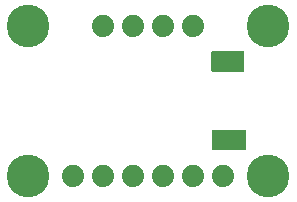
<source format=gbr>
G04 EAGLE Gerber RS-274X export*
G75*
%MOMM*%
%FSLAX34Y34*%
%LPD*%
%INSoldermask Bottom*%
%IPPOS*%
%AMOC8*
5,1,8,0,0,1.08239X$1,22.5*%
G01*
%ADD10C,1.879600*%
%ADD11C,3.617600*%
%ADD12R,2.921000X1.651000*%

G36*
X207128Y113046D02*
X207128Y113046D01*
X207247Y113053D01*
X207285Y113066D01*
X207326Y113071D01*
X207436Y113114D01*
X207549Y113151D01*
X207584Y113173D01*
X207621Y113188D01*
X207717Y113258D01*
X207818Y113321D01*
X207846Y113351D01*
X207879Y113374D01*
X207955Y113466D01*
X208036Y113553D01*
X208056Y113588D01*
X208081Y113619D01*
X208132Y113727D01*
X208190Y113831D01*
X208200Y113871D01*
X208217Y113907D01*
X208239Y114024D01*
X208269Y114139D01*
X208273Y114200D01*
X208277Y114220D01*
X208275Y114240D01*
X208279Y114300D01*
X208279Y129540D01*
X208264Y129658D01*
X208257Y129777D01*
X208244Y129815D01*
X208239Y129856D01*
X208196Y129966D01*
X208159Y130079D01*
X208137Y130114D01*
X208122Y130151D01*
X208053Y130247D01*
X207989Y130348D01*
X207959Y130376D01*
X207936Y130409D01*
X207844Y130485D01*
X207757Y130566D01*
X207722Y130586D01*
X207691Y130611D01*
X207583Y130662D01*
X207479Y130720D01*
X207439Y130730D01*
X207403Y130747D01*
X207286Y130769D01*
X207171Y130799D01*
X207111Y130803D01*
X207091Y130807D01*
X207070Y130805D01*
X207010Y130809D01*
X181610Y130809D01*
X181492Y130794D01*
X181373Y130787D01*
X181335Y130774D01*
X181294Y130769D01*
X181184Y130726D01*
X181071Y130689D01*
X181036Y130667D01*
X180999Y130652D01*
X180903Y130583D01*
X180802Y130519D01*
X180774Y130489D01*
X180741Y130466D01*
X180666Y130374D01*
X180584Y130287D01*
X180564Y130252D01*
X180539Y130221D01*
X180488Y130113D01*
X180430Y130009D01*
X180420Y129969D01*
X180403Y129933D01*
X180381Y129816D01*
X180351Y129701D01*
X180347Y129641D01*
X180343Y129621D01*
X180344Y129614D01*
X180343Y129612D01*
X180344Y129596D01*
X180341Y129540D01*
X180341Y114300D01*
X180356Y114182D01*
X180363Y114063D01*
X180376Y114025D01*
X180381Y113984D01*
X180424Y113874D01*
X180461Y113761D01*
X180483Y113726D01*
X180498Y113689D01*
X180568Y113593D01*
X180631Y113492D01*
X180661Y113464D01*
X180684Y113431D01*
X180776Y113356D01*
X180863Y113274D01*
X180898Y113254D01*
X180929Y113229D01*
X181037Y113178D01*
X181141Y113120D01*
X181181Y113110D01*
X181217Y113093D01*
X181334Y113071D01*
X181449Y113041D01*
X181510Y113037D01*
X181530Y113033D01*
X181550Y113035D01*
X181610Y113031D01*
X207010Y113031D01*
X207128Y113046D01*
G37*
D10*
X63500Y25400D03*
X88900Y25400D03*
X114300Y25400D03*
X139700Y25400D03*
X165100Y25400D03*
X190500Y25400D03*
D11*
X25400Y152400D03*
X228600Y152400D03*
X25400Y25400D03*
X228600Y25400D03*
D10*
X165100Y152400D03*
X139700Y152400D03*
X114300Y152400D03*
X88900Y152400D03*
D12*
X195580Y55880D03*
M02*

</source>
